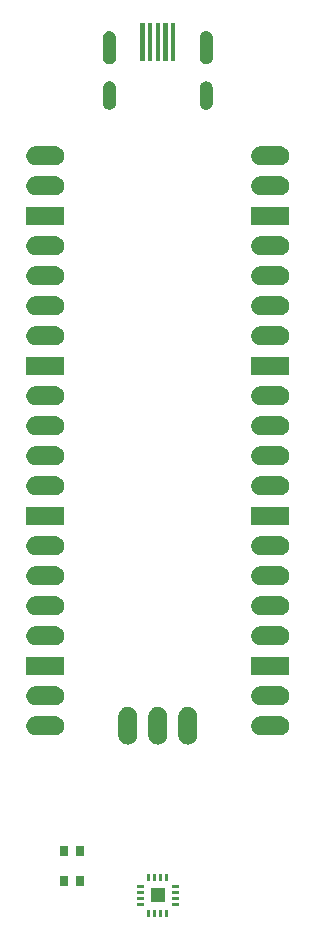
<source format=gtp>
G04 Layer: TopPasteMaskLayer*
G04 EasyEDA v6.5.40, 2024-08-19 02:38:51*
G04 a67cddfb3fce44daa9051d46cbbcc19f,10*
G04 Gerber Generator version 0.2*
G04 Scale: 100 percent, Rotated: No, Reflected: No *
G04 Dimensions in millimeters *
G04 leading zeros omitted , absolute positions ,4 integer and 5 decimal *
%FSLAX45Y45*%
%MOMM*%

%AMMACRO1*4,1,4,-1.5999,-0.8,-1.5999,0.8,1.5999,0.8,1.5999,-0.8,-1.5999,-0.8,0*%
%AMMACRO2*4,1,4,-1.5999,-0.8001,-1.5999,0.8001,1.5999,0.8001,1.5999,-0.8001,-1.5999,-0.8001,0*%
%ADD10R,0.8000X0.9000*%
%ADD11MACRO1*%
%ADD12MACRO2*%

%LPD*%
G36*
X1052474Y8390229D02*
G01*
X1052474Y8065262D01*
X1087475Y8065262D01*
X1087475Y8390229D01*
G37*
G36*
X1247495Y8390229D02*
G01*
X1247495Y8065262D01*
X1282496Y8065262D01*
X1282496Y8390229D01*
G37*
G36*
X1117498Y8390229D02*
G01*
X1117498Y8065262D01*
X1152499Y8065262D01*
X1152499Y8390229D01*
G37*
G36*
X1182471Y8390229D02*
G01*
X1182471Y8065262D01*
X1217472Y8065262D01*
X1217472Y8390229D01*
G37*
G36*
X1312519Y8390229D02*
G01*
X1312519Y8065262D01*
X1347520Y8065262D01*
X1347520Y8390229D01*
G37*
G36*
X788619Y8317230D02*
G01*
X783183Y8316823D01*
X777748Y8315858D01*
X772464Y8314385D01*
X767384Y8312403D01*
X762508Y8309864D01*
X757885Y8306917D01*
X753618Y8303463D01*
X749655Y8299653D01*
X746150Y8295436D01*
X743051Y8290915D01*
X740460Y8286089D01*
X738327Y8281060D01*
X736701Y8275828D01*
X735634Y8270443D01*
X735076Y8265007D01*
X734974Y8092236D01*
X735279Y8086750D01*
X736092Y8081365D01*
X737463Y8076031D01*
X739292Y8070900D01*
X741680Y8065922D01*
X744575Y8061248D01*
X747877Y8056880D01*
X751586Y8052866D01*
X755700Y8049259D01*
X760171Y8046059D01*
X764895Y8043316D01*
X769924Y8041030D01*
X775106Y8039303D01*
X780440Y8038084D01*
X785876Y8037423D01*
X791362Y8037271D01*
X796848Y8037677D01*
X802233Y8038642D01*
X807516Y8040116D01*
X812596Y8042097D01*
X817473Y8044637D01*
X822096Y8047583D01*
X826414Y8050987D01*
X830326Y8054848D01*
X833831Y8059013D01*
X836930Y8063585D01*
X839571Y8068360D01*
X841705Y8073440D01*
X843280Y8078673D01*
X844397Y8084058D01*
X844905Y8089493D01*
X845007Y8262264D01*
X844702Y8267700D01*
X843889Y8273135D01*
X842568Y8278469D01*
X840689Y8283600D01*
X838301Y8288528D01*
X835456Y8293252D01*
X832154Y8297621D01*
X828395Y8301634D01*
X824280Y8305241D01*
X819861Y8308441D01*
X815086Y8311184D01*
X810107Y8313420D01*
X804875Y8315198D01*
X799541Y8316417D01*
X794105Y8317077D01*
G37*
G36*
X1608632Y8317230D02*
G01*
X1603146Y8316823D01*
X1597761Y8315858D01*
X1592478Y8314385D01*
X1587398Y8312403D01*
X1582470Y8309864D01*
X1577898Y8306917D01*
X1573580Y8303463D01*
X1569669Y8299653D01*
X1566164Y8295436D01*
X1563065Y8290915D01*
X1560423Y8286089D01*
X1558290Y8281060D01*
X1556715Y8275828D01*
X1555597Y8270443D01*
X1555038Y8265007D01*
X1554988Y8092236D01*
X1555292Y8086750D01*
X1556105Y8081365D01*
X1557426Y8076031D01*
X1559306Y8070900D01*
X1561693Y8065922D01*
X1564538Y8061248D01*
X1567840Y8056880D01*
X1571599Y8052866D01*
X1575714Y8049259D01*
X1580134Y8046059D01*
X1584909Y8043316D01*
X1589887Y8041030D01*
X1595120Y8039303D01*
X1600454Y8038084D01*
X1605889Y8037423D01*
X1611376Y8037271D01*
X1616862Y8037677D01*
X1622247Y8038642D01*
X1627530Y8040116D01*
X1632610Y8042097D01*
X1637487Y8044637D01*
X1642110Y8047583D01*
X1646377Y8050987D01*
X1650339Y8054848D01*
X1653844Y8059013D01*
X1656943Y8063585D01*
X1659534Y8068360D01*
X1661668Y8073440D01*
X1663293Y8078673D01*
X1664360Y8084058D01*
X1664919Y8089493D01*
X1665020Y8262264D01*
X1664716Y8267700D01*
X1663903Y8273135D01*
X1662531Y8278469D01*
X1660702Y8283600D01*
X1658315Y8288528D01*
X1655419Y8293252D01*
X1652117Y8297621D01*
X1648409Y8301634D01*
X1644294Y8305241D01*
X1639824Y8308441D01*
X1635099Y8311184D01*
X1630070Y8313420D01*
X1624888Y8315198D01*
X1619554Y8316417D01*
X1614119Y8317077D01*
G37*
G36*
X788619Y7892237D02*
G01*
X783183Y7891830D01*
X777748Y7890865D01*
X772464Y7889392D01*
X767384Y7887360D01*
X762508Y7884871D01*
X757885Y7881924D01*
X753618Y7878470D01*
X749655Y7874660D01*
X746150Y7870444D01*
X743051Y7865922D01*
X740460Y7861096D01*
X738327Y7856067D01*
X736701Y7850835D01*
X735634Y7845450D01*
X735076Y7839964D01*
X734974Y7707223D01*
X735279Y7701788D01*
X736092Y7696352D01*
X737463Y7691018D01*
X739292Y7685887D01*
X741680Y7680959D01*
X744575Y7676286D01*
X747877Y7671917D01*
X751586Y7667853D01*
X755700Y7664246D01*
X760171Y7661046D01*
X764895Y7658303D01*
X769924Y7656068D01*
X775106Y7654290D01*
X780440Y7653070D01*
X785876Y7652410D01*
X791362Y7652258D01*
X796848Y7652664D01*
X802233Y7653629D01*
X807516Y7655102D01*
X812596Y7657134D01*
X817473Y7659624D01*
X822096Y7662570D01*
X826414Y7666024D01*
X830326Y7669834D01*
X833831Y7674051D01*
X836930Y7678572D01*
X839571Y7683398D01*
X841705Y7688427D01*
X843280Y7693659D01*
X844397Y7699044D01*
X844905Y7704531D01*
X845007Y7837220D01*
X844702Y7842707D01*
X843889Y7848142D01*
X842568Y7853476D01*
X840689Y7858607D01*
X838301Y7863535D01*
X835456Y7868208D01*
X832154Y7872577D01*
X828395Y7876641D01*
X824280Y7880248D01*
X819861Y7883448D01*
X815086Y7886192D01*
X810107Y7888427D01*
X804875Y7890205D01*
X799541Y7891424D01*
X794105Y7892084D01*
G37*
G36*
X1608632Y7892237D02*
G01*
X1603146Y7891830D01*
X1597761Y7890865D01*
X1592478Y7889392D01*
X1587398Y7887360D01*
X1582470Y7884871D01*
X1577898Y7881924D01*
X1573580Y7878470D01*
X1569669Y7874660D01*
X1566164Y7870444D01*
X1563065Y7865922D01*
X1560423Y7861096D01*
X1558290Y7856067D01*
X1556715Y7850835D01*
X1555597Y7845450D01*
X1555038Y7839964D01*
X1554988Y7707223D01*
X1555292Y7701788D01*
X1556105Y7696352D01*
X1557426Y7691018D01*
X1559306Y7685887D01*
X1561693Y7680959D01*
X1564538Y7676286D01*
X1567840Y7671917D01*
X1571599Y7667853D01*
X1575714Y7664246D01*
X1580134Y7661046D01*
X1584909Y7658303D01*
X1589887Y7656068D01*
X1595120Y7654290D01*
X1600454Y7653070D01*
X1605889Y7652410D01*
X1611376Y7652258D01*
X1616862Y7652664D01*
X1622247Y7653629D01*
X1627530Y7655102D01*
X1632610Y7657134D01*
X1637487Y7659624D01*
X1642110Y7662570D01*
X1646377Y7666024D01*
X1650339Y7669834D01*
X1653844Y7674051D01*
X1656943Y7678572D01*
X1659534Y7683398D01*
X1661668Y7688427D01*
X1663293Y7693659D01*
X1664360Y7699044D01*
X1664919Y7704531D01*
X1665020Y7837220D01*
X1664716Y7842707D01*
X1663903Y7848142D01*
X1662531Y7853476D01*
X1660702Y7858607D01*
X1658315Y7863535D01*
X1655419Y7868208D01*
X1652117Y7872577D01*
X1648409Y7876641D01*
X1644294Y7880248D01*
X1639824Y7883448D01*
X1635099Y7886192D01*
X1630070Y7888427D01*
X1624888Y7890205D01*
X1619554Y7891424D01*
X1614119Y7892084D01*
G37*
G36*
X1140002Y1059992D02*
G01*
X1140002Y940003D01*
X1259992Y940003D01*
X1259992Y1059992D01*
G37*
G36*
X1262329Y1179982D02*
G01*
X1262329Y1119987D01*
X1287322Y1119987D01*
X1287322Y1179982D01*
G37*
G36*
X1212342Y1179982D02*
G01*
X1212342Y1119987D01*
X1237335Y1119987D01*
X1237335Y1179982D01*
G37*
G36*
X1162354Y1179982D02*
G01*
X1162354Y1119987D01*
X1187348Y1119987D01*
X1187348Y1179982D01*
G37*
G36*
X1112367Y1179982D02*
G01*
X1112367Y1119987D01*
X1137361Y1119987D01*
X1137361Y1179982D01*
G37*
G36*
X1020013Y1087272D02*
G01*
X1020013Y1062278D01*
X1080008Y1062278D01*
X1080008Y1087272D01*
G37*
G36*
X1020013Y1037285D02*
G01*
X1020013Y1012291D01*
X1080008Y1012291D01*
X1080008Y1037285D01*
G37*
G36*
X1020013Y987298D02*
G01*
X1020013Y962304D01*
X1080008Y962304D01*
X1080008Y987298D01*
G37*
G36*
X1020013Y937310D02*
G01*
X1020013Y912266D01*
X1080008Y912266D01*
X1080008Y937310D01*
G37*
G36*
X1112520Y880008D02*
G01*
X1112520Y820013D01*
X1137513Y820013D01*
X1137513Y880008D01*
G37*
G36*
X1162507Y880008D02*
G01*
X1162507Y820013D01*
X1187500Y820013D01*
X1187500Y880008D01*
G37*
G36*
X1212494Y880008D02*
G01*
X1212494Y820013D01*
X1237488Y820013D01*
X1237488Y880008D01*
G37*
G36*
X1262329Y880008D02*
G01*
X1262329Y820013D01*
X1287322Y820013D01*
X1287322Y880008D01*
G37*
G36*
X1319987Y937310D02*
G01*
X1319987Y912266D01*
X1379982Y912266D01*
X1379982Y937310D01*
G37*
G36*
X1319987Y987298D02*
G01*
X1319987Y962304D01*
X1379982Y962304D01*
X1379982Y987298D01*
G37*
G36*
X1319987Y1037285D02*
G01*
X1319987Y1012291D01*
X1379982Y1012291D01*
X1379982Y1037285D01*
G37*
G36*
X1319987Y1087272D02*
G01*
X1319987Y1062278D01*
X1379982Y1062278D01*
X1379982Y1087272D01*
G37*
D10*
G01*
X544982Y1374902D03*
G01*
X404977Y1374902D03*
G36*
X2072386Y7182865D02*
G01*
X2062759Y7183450D01*
X2053259Y7185202D01*
X2044014Y7188072D01*
X2035225Y7192035D01*
X2026945Y7197039D01*
X2019350Y7202982D01*
X2012518Y7209815D01*
X2006549Y7217435D01*
X2001545Y7225690D01*
X1997583Y7234504D01*
X1994712Y7243724D01*
X1992985Y7253223D01*
X1992401Y7262876D01*
X1992985Y7272502D01*
X1994712Y7282027D01*
X1997583Y7291247D01*
X2001545Y7300061D01*
X2006549Y7308316D01*
X2012518Y7315911D01*
X2019350Y7322743D01*
X2026945Y7328712D01*
X2035225Y7333716D01*
X2044014Y7337679D01*
X2053259Y7340549D01*
X2062759Y7342276D01*
X2072386Y7342860D01*
X2232406Y7342860D01*
X2242032Y7342276D01*
X2251532Y7340549D01*
X2260752Y7337679D01*
X2269566Y7333716D01*
X2277846Y7328712D01*
X2285441Y7322743D01*
X2292273Y7315911D01*
X2298242Y7308316D01*
X2303221Y7300061D01*
X2307183Y7291247D01*
X2310079Y7282027D01*
X2311806Y7272502D01*
X2312390Y7262876D01*
X2311806Y7253223D01*
X2310079Y7243724D01*
X2307183Y7234504D01*
X2303221Y7225690D01*
X2298242Y7217435D01*
X2292273Y7209815D01*
X2285441Y7202982D01*
X2277846Y7197039D01*
X2269566Y7192035D01*
X2260752Y7188072D01*
X2251532Y7185202D01*
X2242032Y7183450D01*
X2232406Y7182865D01*
G37*
G36*
X2072386Y6928865D02*
G01*
X2062759Y6929450D01*
X2053259Y6931202D01*
X2044014Y6934072D01*
X2035225Y6938035D01*
X2026945Y6943039D01*
X2019350Y6948982D01*
X2012518Y6955815D01*
X2006549Y6963435D01*
X2001545Y6971690D01*
X1997583Y6980504D01*
X1994712Y6989724D01*
X1992985Y6999223D01*
X1992401Y7008876D01*
X1992985Y7018502D01*
X1994712Y7028027D01*
X1997583Y7037247D01*
X2001545Y7046061D01*
X2006549Y7054316D01*
X2012518Y7061911D01*
X2019350Y7068743D01*
X2026945Y7074712D01*
X2035225Y7079716D01*
X2044014Y7083679D01*
X2053259Y7086549D01*
X2062759Y7088276D01*
X2072386Y7088860D01*
X2232406Y7088860D01*
X2242032Y7088276D01*
X2251532Y7086549D01*
X2260752Y7083679D01*
X2269566Y7079716D01*
X2277846Y7074712D01*
X2285441Y7068743D01*
X2292273Y7061911D01*
X2298242Y7054316D01*
X2303221Y7046061D01*
X2307183Y7037247D01*
X2310079Y7028027D01*
X2311806Y7018502D01*
X2312390Y7008876D01*
X2311806Y6999223D01*
X2310079Y6989724D01*
X2307183Y6980504D01*
X2303221Y6971690D01*
X2298242Y6963435D01*
X2292273Y6955815D01*
X2285441Y6948982D01*
X2277846Y6943039D01*
X2269566Y6938035D01*
X2260752Y6934072D01*
X2251532Y6931202D01*
X2242032Y6929450D01*
X2232406Y6928865D01*
G37*
D11*
G01*
X2152395Y6754863D03*
G36*
X2072386Y6420865D02*
G01*
X2062759Y6421450D01*
X2053259Y6423202D01*
X2044014Y6426072D01*
X2035225Y6430035D01*
X2026945Y6435039D01*
X2019350Y6440982D01*
X2012518Y6447815D01*
X2006549Y6455435D01*
X2001545Y6463690D01*
X1997583Y6472504D01*
X1994712Y6481724D01*
X1992985Y6491223D01*
X1992401Y6500876D01*
X1992985Y6510528D01*
X1994712Y6520027D01*
X1997583Y6529247D01*
X2001545Y6538061D01*
X2006549Y6546316D01*
X2012518Y6553911D01*
X2019350Y6560743D01*
X2026945Y6566712D01*
X2035225Y6571716D01*
X2044014Y6575679D01*
X2053259Y6578549D01*
X2062759Y6580301D01*
X2072386Y6580860D01*
X2232406Y6580860D01*
X2242032Y6580301D01*
X2251532Y6578549D01*
X2260752Y6575679D01*
X2269566Y6571716D01*
X2277846Y6566712D01*
X2285441Y6560743D01*
X2292273Y6553911D01*
X2298242Y6546316D01*
X2303221Y6538061D01*
X2307183Y6529247D01*
X2310079Y6520027D01*
X2311806Y6510528D01*
X2312390Y6500876D01*
X2311806Y6491223D01*
X2310079Y6481724D01*
X2307183Y6472504D01*
X2303221Y6463690D01*
X2298242Y6455435D01*
X2292273Y6447815D01*
X2285441Y6440982D01*
X2277846Y6435039D01*
X2269566Y6430035D01*
X2260752Y6426072D01*
X2251532Y6423202D01*
X2242032Y6421450D01*
X2232406Y6420865D01*
G37*
G36*
X2072386Y6166865D02*
G01*
X2062759Y6167450D01*
X2053259Y6169202D01*
X2044014Y6172072D01*
X2035225Y6176035D01*
X2026945Y6181039D01*
X2019350Y6186982D01*
X2012518Y6193815D01*
X2006549Y6201435D01*
X2001545Y6209690D01*
X1997583Y6218504D01*
X1994712Y6227724D01*
X1992985Y6237223D01*
X1992401Y6246876D01*
X1992985Y6256528D01*
X1994712Y6266027D01*
X1997583Y6275247D01*
X2001545Y6284061D01*
X2006549Y6292316D01*
X2012518Y6299911D01*
X2019350Y6306743D01*
X2026945Y6312712D01*
X2035225Y6317716D01*
X2044014Y6321679D01*
X2053259Y6324549D01*
X2062759Y6326301D01*
X2072386Y6326860D01*
X2232406Y6326860D01*
X2242032Y6326301D01*
X2251532Y6324549D01*
X2260752Y6321679D01*
X2269566Y6317716D01*
X2277846Y6312712D01*
X2285441Y6306743D01*
X2292273Y6299911D01*
X2298242Y6292316D01*
X2303221Y6284061D01*
X2307183Y6275247D01*
X2310079Y6266027D01*
X2311806Y6256528D01*
X2312390Y6246876D01*
X2311806Y6237223D01*
X2310079Y6227724D01*
X2307183Y6218504D01*
X2303221Y6209690D01*
X2298242Y6201435D01*
X2292273Y6193815D01*
X2285441Y6186982D01*
X2277846Y6181039D01*
X2269566Y6176035D01*
X2260752Y6172072D01*
X2251532Y6169202D01*
X2242032Y6167450D01*
X2232406Y6166865D01*
G37*
G36*
X2072386Y5912865D02*
G01*
X2062759Y5913450D01*
X2053259Y5915202D01*
X2044014Y5918072D01*
X2035225Y5922035D01*
X2026945Y5927039D01*
X2019350Y5932982D01*
X2012518Y5939815D01*
X2006549Y5947435D01*
X2001545Y5955690D01*
X1997583Y5964504D01*
X1994712Y5973724D01*
X1992985Y5983223D01*
X1992401Y5992876D01*
X1992985Y6002528D01*
X1994712Y6012027D01*
X1997583Y6021247D01*
X2001545Y6030061D01*
X2006549Y6038316D01*
X2012518Y6045911D01*
X2019350Y6052743D01*
X2026945Y6058712D01*
X2035225Y6063716D01*
X2044014Y6067679D01*
X2053259Y6070549D01*
X2062759Y6072301D01*
X2072386Y6072886D01*
X2232406Y6072886D01*
X2242032Y6072301D01*
X2251532Y6070549D01*
X2260752Y6067679D01*
X2269566Y6063716D01*
X2277846Y6058712D01*
X2285441Y6052743D01*
X2292273Y6045911D01*
X2298242Y6038316D01*
X2303221Y6030061D01*
X2307183Y6021247D01*
X2310079Y6012027D01*
X2311806Y6002528D01*
X2312390Y5992876D01*
X2311806Y5983223D01*
X2310079Y5973724D01*
X2307183Y5964504D01*
X2303221Y5955690D01*
X2298242Y5947435D01*
X2292273Y5939815D01*
X2285441Y5932982D01*
X2277846Y5927039D01*
X2269566Y5922035D01*
X2260752Y5918072D01*
X2251532Y5915202D01*
X2242032Y5913450D01*
X2232406Y5912865D01*
G37*
G36*
X2072386Y5658865D02*
G01*
X2062759Y5659450D01*
X2053259Y5661202D01*
X2044014Y5664072D01*
X2035225Y5668035D01*
X2026945Y5673039D01*
X2019350Y5678982D01*
X2012518Y5685815D01*
X2006549Y5693435D01*
X2001545Y5701690D01*
X1997583Y5710504D01*
X1994712Y5719724D01*
X1992985Y5729223D01*
X1992401Y5738876D01*
X1992985Y5748528D01*
X1994712Y5758027D01*
X1997583Y5767247D01*
X2001545Y5776061D01*
X2006549Y5784316D01*
X2012518Y5791936D01*
X2019350Y5798743D01*
X2026945Y5804712D01*
X2035225Y5809716D01*
X2044014Y5813679D01*
X2053259Y5816549D01*
X2062759Y5818301D01*
X2072386Y5818886D01*
X2232406Y5818886D01*
X2242032Y5818301D01*
X2251532Y5816549D01*
X2260752Y5813679D01*
X2269566Y5809716D01*
X2277846Y5804712D01*
X2285441Y5798743D01*
X2292273Y5791936D01*
X2298242Y5784316D01*
X2303221Y5776061D01*
X2307183Y5767247D01*
X2310079Y5758027D01*
X2311806Y5748528D01*
X2312390Y5738876D01*
X2311806Y5729223D01*
X2310079Y5719724D01*
X2307183Y5710504D01*
X2303221Y5701690D01*
X2298242Y5693435D01*
X2292273Y5685815D01*
X2285441Y5678982D01*
X2277846Y5673039D01*
X2269566Y5668035D01*
X2260752Y5664072D01*
X2251532Y5661202D01*
X2242032Y5659450D01*
X2232406Y5658865D01*
G37*
D12*
G01*
X2152395Y5484876D03*
G36*
X2072386Y5150865D02*
G01*
X2062759Y5151450D01*
X2053259Y5153202D01*
X2044014Y5156072D01*
X2035225Y5160035D01*
X2026945Y5165039D01*
X2019350Y5170982D01*
X2012518Y5177815D01*
X2006549Y5185435D01*
X2001545Y5193690D01*
X1997583Y5202504D01*
X1994712Y5211724D01*
X1992985Y5221223D01*
X1992401Y5230876D01*
X1992985Y5240528D01*
X1994712Y5250027D01*
X1997583Y5259247D01*
X2001545Y5268061D01*
X2006549Y5276316D01*
X2012518Y5283936D01*
X2019350Y5290743D01*
X2026945Y5296712D01*
X2035225Y5301716D01*
X2044014Y5305679D01*
X2053259Y5308549D01*
X2062759Y5310301D01*
X2072386Y5310886D01*
X2232406Y5310886D01*
X2242032Y5310301D01*
X2251532Y5308549D01*
X2260752Y5305679D01*
X2269566Y5301716D01*
X2277846Y5296712D01*
X2285441Y5290743D01*
X2292273Y5283936D01*
X2298242Y5276316D01*
X2303221Y5268061D01*
X2307183Y5259247D01*
X2310079Y5250027D01*
X2311806Y5240528D01*
X2312390Y5230876D01*
X2311806Y5221223D01*
X2310079Y5211724D01*
X2307183Y5202504D01*
X2303221Y5193690D01*
X2298242Y5185435D01*
X2292273Y5177815D01*
X2285441Y5170982D01*
X2277846Y5165039D01*
X2269566Y5160035D01*
X2260752Y5156072D01*
X2251532Y5153202D01*
X2242032Y5151450D01*
X2232406Y5150865D01*
G37*
G36*
X2072386Y4896865D02*
G01*
X2062759Y4897450D01*
X2053259Y4899202D01*
X2044014Y4902072D01*
X2035225Y4906035D01*
X2026945Y4911039D01*
X2019350Y4916982D01*
X2012518Y4923815D01*
X2006549Y4931435D01*
X2001545Y4939690D01*
X1997583Y4948504D01*
X1994712Y4957724D01*
X1992985Y4967223D01*
X1992401Y4976876D01*
X1992985Y4986528D01*
X1994712Y4996027D01*
X1997583Y5005247D01*
X2001545Y5014061D01*
X2006549Y5022316D01*
X2012518Y5029936D01*
X2019350Y5036743D01*
X2026945Y5042712D01*
X2035225Y5047716D01*
X2044014Y5051679D01*
X2053259Y5054549D01*
X2062759Y5056301D01*
X2072386Y5056886D01*
X2232406Y5056886D01*
X2242032Y5056301D01*
X2251532Y5054549D01*
X2260752Y5051679D01*
X2269566Y5047716D01*
X2277846Y5042712D01*
X2285441Y5036743D01*
X2292273Y5029936D01*
X2298242Y5022316D01*
X2303221Y5014061D01*
X2307183Y5005247D01*
X2310079Y4996027D01*
X2311806Y4986528D01*
X2312390Y4976876D01*
X2311806Y4967223D01*
X2310079Y4957724D01*
X2307183Y4948504D01*
X2303221Y4939690D01*
X2298242Y4931435D01*
X2292273Y4923815D01*
X2285441Y4916982D01*
X2277846Y4911039D01*
X2269566Y4906035D01*
X2260752Y4902072D01*
X2251532Y4899202D01*
X2242032Y4897450D01*
X2232406Y4896865D01*
G37*
G36*
X2072386Y4642865D02*
G01*
X2062759Y4643450D01*
X2053259Y4645202D01*
X2044014Y4648072D01*
X2035225Y4652035D01*
X2026945Y4657039D01*
X2019350Y4663008D01*
X2012518Y4669815D01*
X2006549Y4677435D01*
X2001545Y4685690D01*
X1997583Y4694504D01*
X1994712Y4703724D01*
X1992985Y4713223D01*
X1992401Y4722876D01*
X1992985Y4732528D01*
X1994712Y4742027D01*
X1997583Y4751247D01*
X2001545Y4760061D01*
X2006549Y4768316D01*
X2012518Y4775936D01*
X2019350Y4782769D01*
X2026945Y4788712D01*
X2035225Y4793716D01*
X2044014Y4797679D01*
X2053259Y4800549D01*
X2062759Y4802301D01*
X2072386Y4802886D01*
X2232406Y4802886D01*
X2242032Y4802301D01*
X2251532Y4800549D01*
X2260752Y4797679D01*
X2269566Y4793716D01*
X2277846Y4788712D01*
X2285441Y4782769D01*
X2292273Y4775936D01*
X2298242Y4768316D01*
X2303221Y4760061D01*
X2307183Y4751247D01*
X2310079Y4742027D01*
X2311806Y4732528D01*
X2312390Y4722876D01*
X2311806Y4713223D01*
X2310079Y4703724D01*
X2307183Y4694504D01*
X2303221Y4685690D01*
X2298242Y4677435D01*
X2292273Y4669815D01*
X2285441Y4663008D01*
X2277846Y4657039D01*
X2269566Y4652035D01*
X2260752Y4648072D01*
X2251532Y4645202D01*
X2242032Y4643450D01*
X2232406Y4642865D01*
G37*
G36*
X2072386Y4388865D02*
G01*
X2062759Y4389450D01*
X2053259Y4391202D01*
X2044014Y4394072D01*
X2035225Y4398035D01*
X2026945Y4403039D01*
X2019350Y4409008D01*
X2012518Y4415815D01*
X2006549Y4423435D01*
X2001545Y4431690D01*
X1997583Y4440504D01*
X1994712Y4449724D01*
X1992985Y4459223D01*
X1992401Y4468876D01*
X1992985Y4478528D01*
X1994712Y4488027D01*
X1997583Y4497247D01*
X2001545Y4506061D01*
X2006549Y4514316D01*
X2012518Y4521936D01*
X2019350Y4528769D01*
X2026945Y4534712D01*
X2035225Y4539716D01*
X2044014Y4543679D01*
X2053259Y4546549D01*
X2062759Y4548301D01*
X2072386Y4548886D01*
X2232406Y4548886D01*
X2242032Y4548301D01*
X2251532Y4546549D01*
X2260752Y4543679D01*
X2269566Y4539716D01*
X2277846Y4534712D01*
X2285441Y4528769D01*
X2292273Y4521936D01*
X2298242Y4514316D01*
X2303221Y4506061D01*
X2307183Y4497247D01*
X2310079Y4488027D01*
X2311806Y4478528D01*
X2312390Y4468876D01*
X2311806Y4459223D01*
X2310079Y4449724D01*
X2307183Y4440504D01*
X2303221Y4431690D01*
X2298242Y4423435D01*
X2292273Y4415815D01*
X2285441Y4409008D01*
X2277846Y4403039D01*
X2269566Y4398035D01*
X2260752Y4394072D01*
X2251532Y4391202D01*
X2242032Y4389450D01*
X2232406Y4388865D01*
G37*
G01*
X2152395Y4214876D03*
G36*
X2072386Y3880865D02*
G01*
X2062759Y3881450D01*
X2053259Y3883202D01*
X2044014Y3886072D01*
X2035225Y3890035D01*
X2026945Y3895039D01*
X2019350Y3901008D01*
X2012518Y3907815D01*
X2006549Y3915435D01*
X2001545Y3923690D01*
X1997583Y3932504D01*
X1994712Y3941724D01*
X1992985Y3951223D01*
X1992401Y3960876D01*
X1992985Y3970528D01*
X1994712Y3980027D01*
X1997583Y3989247D01*
X2001545Y3998061D01*
X2006549Y4006316D01*
X2012518Y4013936D01*
X2019350Y4020769D01*
X2026945Y4026712D01*
X2035225Y4031716D01*
X2044014Y4035679D01*
X2053259Y4038549D01*
X2062759Y4040301D01*
X2072386Y4040886D01*
X2232406Y4040886D01*
X2242032Y4040301D01*
X2251532Y4038549D01*
X2260752Y4035679D01*
X2269566Y4031716D01*
X2277846Y4026712D01*
X2285441Y4020769D01*
X2292273Y4013936D01*
X2298242Y4006316D01*
X2303221Y3998061D01*
X2307183Y3989247D01*
X2310079Y3980027D01*
X2311806Y3970528D01*
X2312390Y3960876D01*
X2311806Y3951223D01*
X2310079Y3941724D01*
X2307183Y3932504D01*
X2303221Y3923690D01*
X2298242Y3915435D01*
X2292273Y3907815D01*
X2285441Y3901008D01*
X2277846Y3895039D01*
X2269566Y3890035D01*
X2260752Y3886072D01*
X2251532Y3883202D01*
X2242032Y3881450D01*
X2232406Y3880865D01*
G37*
G36*
X2072386Y3626865D02*
G01*
X2062759Y3627450D01*
X2053259Y3629202D01*
X2044014Y3632072D01*
X2035225Y3636035D01*
X2026945Y3641039D01*
X2019350Y3647008D01*
X2012518Y3653840D01*
X2006549Y3661435D01*
X2001545Y3669690D01*
X1997583Y3678504D01*
X1994712Y3687724D01*
X1992985Y3697223D01*
X1992401Y3706876D01*
X1992985Y3716528D01*
X1994712Y3726027D01*
X1997583Y3735247D01*
X2001545Y3744061D01*
X2006549Y3752316D01*
X2012518Y3759936D01*
X2019350Y3766769D01*
X2026945Y3772712D01*
X2035225Y3777716D01*
X2044014Y3781679D01*
X2053259Y3784549D01*
X2062759Y3786301D01*
X2072386Y3786886D01*
X2232406Y3786886D01*
X2242032Y3786301D01*
X2251532Y3784549D01*
X2260752Y3781679D01*
X2269566Y3777716D01*
X2277846Y3772712D01*
X2285441Y3766769D01*
X2292273Y3759936D01*
X2298242Y3752316D01*
X2303221Y3744061D01*
X2307183Y3735247D01*
X2310079Y3726027D01*
X2311806Y3716528D01*
X2312390Y3706876D01*
X2311806Y3697223D01*
X2310079Y3687724D01*
X2307183Y3678504D01*
X2303221Y3669690D01*
X2298242Y3661435D01*
X2292273Y3653840D01*
X2285441Y3647008D01*
X2277846Y3641039D01*
X2269566Y3636035D01*
X2260752Y3632072D01*
X2251532Y3629202D01*
X2242032Y3627450D01*
X2232406Y3626865D01*
G37*
G36*
X2072386Y3372891D02*
G01*
X2062759Y3373450D01*
X2053259Y3375202D01*
X2044014Y3378072D01*
X2035225Y3382035D01*
X2026945Y3387039D01*
X2019350Y3393008D01*
X2012518Y3399840D01*
X2006549Y3407435D01*
X2001545Y3415690D01*
X1997583Y3424504D01*
X1994712Y3433724D01*
X1992985Y3443223D01*
X1992401Y3452876D01*
X1992985Y3462528D01*
X1994712Y3472027D01*
X1997583Y3481247D01*
X2001545Y3490061D01*
X2006549Y3498316D01*
X2012518Y3505936D01*
X2019350Y3512769D01*
X2026945Y3518712D01*
X2035225Y3523716D01*
X2044014Y3527679D01*
X2053259Y3530549D01*
X2062759Y3532301D01*
X2072386Y3532886D01*
X2232406Y3532886D01*
X2242032Y3532301D01*
X2251532Y3530549D01*
X2260752Y3527679D01*
X2269566Y3523716D01*
X2277846Y3518712D01*
X2285441Y3512769D01*
X2292273Y3505936D01*
X2298242Y3498316D01*
X2303221Y3490061D01*
X2307183Y3481247D01*
X2310079Y3472027D01*
X2311806Y3462528D01*
X2312390Y3452876D01*
X2311806Y3443223D01*
X2310079Y3433724D01*
X2307183Y3424504D01*
X2303221Y3415690D01*
X2298242Y3407435D01*
X2292273Y3399840D01*
X2285441Y3393008D01*
X2277846Y3387039D01*
X2269566Y3382035D01*
X2260752Y3378072D01*
X2251532Y3375202D01*
X2242032Y3373450D01*
X2232406Y3372891D01*
G37*
G36*
X2072386Y3118891D02*
G01*
X2062759Y3119450D01*
X2053259Y3121202D01*
X2044014Y3124072D01*
X2035225Y3128035D01*
X2026945Y3133039D01*
X2019350Y3139008D01*
X2012518Y3145840D01*
X2006549Y3153435D01*
X2001545Y3161690D01*
X1997583Y3170504D01*
X1994712Y3179724D01*
X1992985Y3189223D01*
X1992401Y3198876D01*
X1992985Y3208528D01*
X1994712Y3218027D01*
X1997583Y3227247D01*
X2001545Y3236061D01*
X2006549Y3244316D01*
X2012518Y3251936D01*
X2019350Y3258769D01*
X2026945Y3264712D01*
X2035225Y3269716D01*
X2044014Y3273679D01*
X2053259Y3276549D01*
X2062759Y3278301D01*
X2072386Y3278886D01*
X2232406Y3278886D01*
X2242032Y3278301D01*
X2251532Y3276549D01*
X2260752Y3273679D01*
X2269566Y3269716D01*
X2277846Y3264712D01*
X2285441Y3258769D01*
X2292273Y3251936D01*
X2298242Y3244316D01*
X2303221Y3236061D01*
X2307183Y3227247D01*
X2310079Y3218027D01*
X2311806Y3208528D01*
X2312390Y3198876D01*
X2311806Y3189223D01*
X2310079Y3179724D01*
X2307183Y3170504D01*
X2303221Y3161690D01*
X2298242Y3153435D01*
X2292273Y3145840D01*
X2285441Y3139008D01*
X2277846Y3133039D01*
X2269566Y3128035D01*
X2260752Y3124072D01*
X2251532Y3121202D01*
X2242032Y3119450D01*
X2232406Y3118891D01*
G37*
D11*
G01*
X2152395Y2944888D03*
G36*
X2072386Y2610891D02*
G01*
X2062759Y2611475D01*
X2053259Y2613202D01*
X2044014Y2616072D01*
X2035225Y2620035D01*
X2026945Y2625039D01*
X2019350Y2631008D01*
X2012518Y2637840D01*
X2006549Y2645435D01*
X2001545Y2653690D01*
X1997583Y2662504D01*
X1994712Y2671724D01*
X1992985Y2681249D01*
X1992401Y2690876D01*
X1992985Y2700528D01*
X1994712Y2710027D01*
X1997583Y2719247D01*
X2001545Y2728061D01*
X2006549Y2736316D01*
X2012518Y2743936D01*
X2019350Y2750769D01*
X2026945Y2756712D01*
X2035225Y2761716D01*
X2044014Y2765679D01*
X2053259Y2768549D01*
X2062759Y2770301D01*
X2072386Y2770886D01*
X2232406Y2770886D01*
X2242032Y2770301D01*
X2251532Y2768549D01*
X2260752Y2765679D01*
X2269566Y2761716D01*
X2277846Y2756712D01*
X2285441Y2750769D01*
X2292273Y2743936D01*
X2298242Y2736316D01*
X2303221Y2728061D01*
X2307183Y2719247D01*
X2310079Y2710027D01*
X2311806Y2700528D01*
X2312390Y2690876D01*
X2311806Y2681249D01*
X2310079Y2671724D01*
X2307183Y2662504D01*
X2303221Y2653690D01*
X2298242Y2645435D01*
X2292273Y2637840D01*
X2285441Y2631008D01*
X2277846Y2625039D01*
X2269566Y2620035D01*
X2260752Y2616072D01*
X2251532Y2613202D01*
X2242032Y2611475D01*
X2232406Y2610891D01*
G37*
G36*
X2072386Y2356891D02*
G01*
X2062759Y2357475D01*
X2053259Y2359202D01*
X2044014Y2362072D01*
X2035225Y2366035D01*
X2026945Y2371039D01*
X2019350Y2377008D01*
X2012518Y2383840D01*
X2006549Y2391435D01*
X2001545Y2399690D01*
X1997583Y2408504D01*
X1994712Y2417724D01*
X1992985Y2427249D01*
X1992401Y2436876D01*
X1992985Y2446528D01*
X1994712Y2456027D01*
X1997583Y2465247D01*
X2001545Y2474061D01*
X2006549Y2482316D01*
X2012518Y2489936D01*
X2019350Y2496769D01*
X2026945Y2502712D01*
X2035225Y2507716D01*
X2044014Y2511679D01*
X2053259Y2514549D01*
X2062759Y2516301D01*
X2072386Y2516886D01*
X2232406Y2516886D01*
X2242032Y2516301D01*
X2251532Y2514549D01*
X2260752Y2511679D01*
X2269566Y2507716D01*
X2277846Y2502712D01*
X2285441Y2496769D01*
X2292273Y2489936D01*
X2298242Y2482316D01*
X2303221Y2474061D01*
X2307183Y2465247D01*
X2310079Y2456027D01*
X2311806Y2446528D01*
X2312390Y2436876D01*
X2311806Y2427249D01*
X2310079Y2417724D01*
X2307183Y2408504D01*
X2303221Y2399690D01*
X2298242Y2391435D01*
X2292273Y2383840D01*
X2285441Y2377008D01*
X2277846Y2371039D01*
X2269566Y2366035D01*
X2260752Y2362072D01*
X2251532Y2359202D01*
X2242032Y2357475D01*
X2232406Y2356891D01*
G37*
G36*
X167386Y2356891D02*
G01*
X157759Y2357475D01*
X148259Y2359202D01*
X139039Y2362072D01*
X130225Y2366035D01*
X121945Y2371039D01*
X114350Y2377008D01*
X107518Y2383840D01*
X101549Y2391435D01*
X96570Y2399690D01*
X92608Y2408504D01*
X89712Y2417724D01*
X87985Y2427249D01*
X87401Y2436876D01*
X87985Y2446528D01*
X89712Y2456027D01*
X92608Y2465247D01*
X96570Y2474061D01*
X101549Y2482316D01*
X107518Y2489936D01*
X114350Y2496769D01*
X121945Y2502712D01*
X130225Y2507716D01*
X139039Y2511679D01*
X148259Y2514549D01*
X157759Y2516301D01*
X167386Y2516886D01*
X327405Y2516886D01*
X337032Y2516301D01*
X346532Y2514549D01*
X355777Y2511679D01*
X364566Y2507716D01*
X372846Y2502712D01*
X380441Y2496769D01*
X387273Y2489936D01*
X393242Y2482316D01*
X398246Y2474061D01*
X402209Y2465247D01*
X405079Y2456027D01*
X406806Y2446528D01*
X407390Y2436876D01*
X406806Y2427249D01*
X405079Y2417724D01*
X402209Y2408504D01*
X398246Y2399690D01*
X393242Y2391435D01*
X387273Y2383840D01*
X380441Y2377008D01*
X372846Y2371039D01*
X364566Y2366035D01*
X355777Y2362072D01*
X346532Y2359202D01*
X337032Y2357475D01*
X327405Y2356891D01*
G37*
G36*
X167386Y2610891D02*
G01*
X157759Y2611475D01*
X148259Y2613202D01*
X139039Y2616072D01*
X130225Y2620035D01*
X121945Y2625039D01*
X114350Y2631008D01*
X107518Y2637840D01*
X101549Y2645435D01*
X96570Y2653690D01*
X92608Y2662504D01*
X89712Y2671724D01*
X87985Y2681249D01*
X87401Y2690876D01*
X87985Y2700528D01*
X89712Y2710027D01*
X92608Y2719247D01*
X96570Y2728061D01*
X101549Y2736316D01*
X107518Y2743936D01*
X114350Y2750769D01*
X121945Y2756712D01*
X130225Y2761716D01*
X139039Y2765679D01*
X148259Y2768549D01*
X157759Y2770301D01*
X167386Y2770886D01*
X327405Y2770886D01*
X337032Y2770301D01*
X346532Y2768549D01*
X355777Y2765679D01*
X364566Y2761716D01*
X372846Y2756712D01*
X380441Y2750769D01*
X387273Y2743936D01*
X393242Y2736316D01*
X398246Y2728061D01*
X402209Y2719247D01*
X405079Y2710027D01*
X406806Y2700528D01*
X407390Y2690876D01*
X406806Y2681249D01*
X405079Y2671724D01*
X402209Y2662504D01*
X398246Y2653690D01*
X393242Y2645435D01*
X387273Y2637840D01*
X380441Y2631008D01*
X372846Y2625039D01*
X364566Y2620035D01*
X355777Y2616072D01*
X346532Y2613202D01*
X337032Y2611475D01*
X327405Y2610891D01*
G37*
G01*
X247396Y2944888D03*
G36*
X167386Y3118891D02*
G01*
X157759Y3119450D01*
X148259Y3121202D01*
X139039Y3124072D01*
X130225Y3128035D01*
X121945Y3133039D01*
X114350Y3139008D01*
X107518Y3145840D01*
X101549Y3153435D01*
X96570Y3161690D01*
X92608Y3170504D01*
X89712Y3179724D01*
X87985Y3189223D01*
X87401Y3198876D01*
X87985Y3208528D01*
X89712Y3218027D01*
X92608Y3227247D01*
X96570Y3236061D01*
X101549Y3244316D01*
X107518Y3251936D01*
X114350Y3258769D01*
X121945Y3264712D01*
X130225Y3269716D01*
X139039Y3273679D01*
X148259Y3276549D01*
X157759Y3278301D01*
X167386Y3278886D01*
X327405Y3278886D01*
X337032Y3278301D01*
X346532Y3276549D01*
X355777Y3273679D01*
X364566Y3269716D01*
X372846Y3264712D01*
X380441Y3258769D01*
X387273Y3251936D01*
X393242Y3244316D01*
X398246Y3236061D01*
X402209Y3227247D01*
X405079Y3218027D01*
X406806Y3208528D01*
X407390Y3198876D01*
X406806Y3189223D01*
X405079Y3179724D01*
X402209Y3170504D01*
X398246Y3161690D01*
X393242Y3153435D01*
X387273Y3145840D01*
X380441Y3139008D01*
X372846Y3133039D01*
X364566Y3128035D01*
X355777Y3124072D01*
X346532Y3121202D01*
X337032Y3119450D01*
X327405Y3118891D01*
G37*
G36*
X167386Y3372891D02*
G01*
X157759Y3373450D01*
X148259Y3375202D01*
X139039Y3378072D01*
X130225Y3382035D01*
X121945Y3387039D01*
X114350Y3393008D01*
X107518Y3399840D01*
X101549Y3407435D01*
X96570Y3415690D01*
X92608Y3424504D01*
X89712Y3433724D01*
X87985Y3443223D01*
X87401Y3452876D01*
X87985Y3462528D01*
X89712Y3472027D01*
X92608Y3481247D01*
X96570Y3490061D01*
X101549Y3498316D01*
X107518Y3505936D01*
X114350Y3512769D01*
X121945Y3518712D01*
X130225Y3523716D01*
X139039Y3527679D01*
X148259Y3530549D01*
X157759Y3532301D01*
X167386Y3532886D01*
X327405Y3532886D01*
X337032Y3532301D01*
X346532Y3530549D01*
X355777Y3527679D01*
X364566Y3523716D01*
X372846Y3518712D01*
X380441Y3512769D01*
X387273Y3505936D01*
X393242Y3498316D01*
X398246Y3490061D01*
X402209Y3481247D01*
X405079Y3472027D01*
X406806Y3462528D01*
X407390Y3452876D01*
X406806Y3443223D01*
X405079Y3433724D01*
X402209Y3424504D01*
X398246Y3415690D01*
X393242Y3407435D01*
X387273Y3399840D01*
X380441Y3393008D01*
X372846Y3387039D01*
X364566Y3382035D01*
X355777Y3378072D01*
X346532Y3375202D01*
X337032Y3373450D01*
X327405Y3372891D01*
G37*
G36*
X167386Y3626865D02*
G01*
X157759Y3627450D01*
X148259Y3629202D01*
X139039Y3632072D01*
X130225Y3636035D01*
X121945Y3641039D01*
X114350Y3647008D01*
X107518Y3653840D01*
X101549Y3661435D01*
X96570Y3669690D01*
X92608Y3678504D01*
X89712Y3687724D01*
X87985Y3697223D01*
X87401Y3706876D01*
X87985Y3716528D01*
X89712Y3726027D01*
X92608Y3735247D01*
X96570Y3744061D01*
X101549Y3752316D01*
X107518Y3759936D01*
X114350Y3766769D01*
X121945Y3772712D01*
X130225Y3777716D01*
X139039Y3781679D01*
X148259Y3784549D01*
X157759Y3786301D01*
X167386Y3786886D01*
X327405Y3786886D01*
X337032Y3786301D01*
X346532Y3784549D01*
X355777Y3781679D01*
X364566Y3777716D01*
X372846Y3772712D01*
X380441Y3766769D01*
X387273Y3759936D01*
X393242Y3752316D01*
X398246Y3744061D01*
X402209Y3735247D01*
X405079Y3726027D01*
X406806Y3716528D01*
X407390Y3706876D01*
X406806Y3697223D01*
X405079Y3687724D01*
X402209Y3678504D01*
X398246Y3669690D01*
X393242Y3661435D01*
X387273Y3653840D01*
X380441Y3647008D01*
X372846Y3641039D01*
X364566Y3636035D01*
X355777Y3632072D01*
X346532Y3629202D01*
X337032Y3627450D01*
X327405Y3626865D01*
G37*
G36*
X167386Y3880865D02*
G01*
X157759Y3881450D01*
X148259Y3883202D01*
X139039Y3886072D01*
X130225Y3890035D01*
X121945Y3895039D01*
X114350Y3901008D01*
X107518Y3907815D01*
X101549Y3915435D01*
X96570Y3923690D01*
X92608Y3932504D01*
X89712Y3941724D01*
X87985Y3951223D01*
X87401Y3960876D01*
X87985Y3970528D01*
X89712Y3980027D01*
X92608Y3989247D01*
X96570Y3998061D01*
X101549Y4006316D01*
X107518Y4013936D01*
X114350Y4020769D01*
X121945Y4026712D01*
X130225Y4031716D01*
X139039Y4035679D01*
X148259Y4038549D01*
X157759Y4040301D01*
X167386Y4040886D01*
X327405Y4040886D01*
X337032Y4040301D01*
X346532Y4038549D01*
X355777Y4035679D01*
X364566Y4031716D01*
X372846Y4026712D01*
X380441Y4020769D01*
X387273Y4013936D01*
X393242Y4006316D01*
X398246Y3998061D01*
X402209Y3989247D01*
X405079Y3980027D01*
X406806Y3970528D01*
X407390Y3960876D01*
X406806Y3951223D01*
X405079Y3941724D01*
X402209Y3932504D01*
X398246Y3923690D01*
X393242Y3915435D01*
X387273Y3907815D01*
X380441Y3901008D01*
X372846Y3895039D01*
X364566Y3890035D01*
X355777Y3886072D01*
X346532Y3883202D01*
X337032Y3881450D01*
X327405Y3880865D01*
G37*
D12*
G01*
X247396Y4214876D03*
G36*
X167386Y4388865D02*
G01*
X157759Y4389450D01*
X148259Y4391202D01*
X139039Y4394072D01*
X130225Y4398035D01*
X121945Y4403039D01*
X114350Y4409008D01*
X107518Y4415815D01*
X101549Y4423435D01*
X96570Y4431690D01*
X92608Y4440504D01*
X89712Y4449724D01*
X87985Y4459223D01*
X87401Y4468876D01*
X87985Y4478528D01*
X89712Y4488027D01*
X92608Y4497247D01*
X96570Y4506061D01*
X101549Y4514316D01*
X107518Y4521936D01*
X114350Y4528769D01*
X121945Y4534712D01*
X130225Y4539716D01*
X139039Y4543679D01*
X148259Y4546549D01*
X157759Y4548301D01*
X167386Y4548886D01*
X327405Y4548886D01*
X337032Y4548301D01*
X346532Y4546549D01*
X355777Y4543679D01*
X364566Y4539716D01*
X372846Y4534712D01*
X380441Y4528769D01*
X387273Y4521936D01*
X393242Y4514316D01*
X398246Y4506061D01*
X402209Y4497247D01*
X405079Y4488027D01*
X406806Y4478528D01*
X407390Y4468876D01*
X406806Y4459223D01*
X405079Y4449724D01*
X402209Y4440504D01*
X398246Y4431690D01*
X393242Y4423435D01*
X387273Y4415815D01*
X380441Y4409008D01*
X372846Y4403039D01*
X364566Y4398035D01*
X355777Y4394072D01*
X346532Y4391202D01*
X337032Y4389450D01*
X327405Y4388865D01*
G37*
G36*
X167386Y4642865D02*
G01*
X157759Y4643450D01*
X148259Y4645202D01*
X139039Y4648072D01*
X130225Y4652035D01*
X121945Y4657039D01*
X114350Y4663008D01*
X107518Y4669815D01*
X101549Y4677435D01*
X96570Y4685690D01*
X92608Y4694504D01*
X89712Y4703724D01*
X87985Y4713223D01*
X87401Y4722876D01*
X87985Y4732528D01*
X89712Y4742027D01*
X92608Y4751247D01*
X96570Y4760061D01*
X101549Y4768316D01*
X107518Y4775936D01*
X114350Y4782769D01*
X121945Y4788712D01*
X130225Y4793716D01*
X139039Y4797679D01*
X148259Y4800549D01*
X157759Y4802301D01*
X167386Y4802886D01*
X327405Y4802886D01*
X337032Y4802301D01*
X346532Y4800549D01*
X355777Y4797679D01*
X364566Y4793716D01*
X372846Y4788712D01*
X380441Y4782769D01*
X387273Y4775936D01*
X393242Y4768316D01*
X398246Y4760061D01*
X402209Y4751247D01*
X405079Y4742027D01*
X406806Y4732528D01*
X407390Y4722876D01*
X406806Y4713223D01*
X405079Y4703724D01*
X402209Y4694504D01*
X398246Y4685690D01*
X393242Y4677435D01*
X387273Y4669815D01*
X380441Y4663008D01*
X372846Y4657039D01*
X364566Y4652035D01*
X355777Y4648072D01*
X346532Y4645202D01*
X337032Y4643450D01*
X327405Y4642865D01*
G37*
G36*
X167386Y4896865D02*
G01*
X157759Y4897450D01*
X148259Y4899202D01*
X139039Y4902072D01*
X130225Y4906035D01*
X121945Y4911039D01*
X114350Y4916982D01*
X107518Y4923815D01*
X101549Y4931435D01*
X96570Y4939690D01*
X92608Y4948504D01*
X89712Y4957724D01*
X87985Y4967223D01*
X87401Y4976876D01*
X87985Y4986528D01*
X89712Y4996027D01*
X92608Y5005247D01*
X96570Y5014061D01*
X101549Y5022316D01*
X107518Y5029936D01*
X114350Y5036743D01*
X121945Y5042712D01*
X130225Y5047716D01*
X139039Y5051679D01*
X148259Y5054549D01*
X157759Y5056301D01*
X167386Y5056886D01*
X327405Y5056886D01*
X337032Y5056301D01*
X346532Y5054549D01*
X355777Y5051679D01*
X364566Y5047716D01*
X372846Y5042712D01*
X380441Y5036743D01*
X387273Y5029936D01*
X393242Y5022316D01*
X398246Y5014061D01*
X402209Y5005247D01*
X405079Y4996027D01*
X406806Y4986528D01*
X407390Y4976876D01*
X406806Y4967223D01*
X405079Y4957724D01*
X402209Y4948504D01*
X398246Y4939690D01*
X393242Y4931435D01*
X387273Y4923815D01*
X380441Y4916982D01*
X372846Y4911039D01*
X364566Y4906035D01*
X355777Y4902072D01*
X346532Y4899202D01*
X337032Y4897450D01*
X327405Y4896865D01*
G37*
G36*
X167386Y5150865D02*
G01*
X157759Y5151450D01*
X148259Y5153202D01*
X139039Y5156072D01*
X130225Y5160035D01*
X121945Y5165039D01*
X114350Y5170982D01*
X107518Y5177815D01*
X101549Y5185435D01*
X96570Y5193690D01*
X92608Y5202504D01*
X89712Y5211724D01*
X87985Y5221223D01*
X87401Y5230876D01*
X87985Y5240528D01*
X89712Y5250027D01*
X92608Y5259247D01*
X96570Y5268061D01*
X101549Y5276316D01*
X107518Y5283936D01*
X114350Y5290743D01*
X121945Y5296712D01*
X130225Y5301716D01*
X139039Y5305679D01*
X148259Y5308549D01*
X157759Y5310301D01*
X167386Y5310886D01*
X327405Y5310886D01*
X337032Y5310301D01*
X346532Y5308549D01*
X355777Y5305679D01*
X364566Y5301716D01*
X372846Y5296712D01*
X380441Y5290743D01*
X387273Y5283936D01*
X393242Y5276316D01*
X398246Y5268061D01*
X402209Y5259247D01*
X405079Y5250027D01*
X406806Y5240528D01*
X407390Y5230876D01*
X406806Y5221223D01*
X405079Y5211724D01*
X402209Y5202504D01*
X398246Y5193690D01*
X393242Y5185435D01*
X387273Y5177815D01*
X380441Y5170982D01*
X372846Y5165039D01*
X364566Y5160035D01*
X355777Y5156072D01*
X346532Y5153202D01*
X337032Y5151450D01*
X327405Y5150865D01*
G37*
G01*
X247396Y5484876D03*
G36*
X167386Y5658865D02*
G01*
X157759Y5659450D01*
X148259Y5661202D01*
X139039Y5664072D01*
X130225Y5668035D01*
X121945Y5673039D01*
X114350Y5678982D01*
X107518Y5685815D01*
X101549Y5693435D01*
X96570Y5701690D01*
X92608Y5710504D01*
X89712Y5719724D01*
X87985Y5729223D01*
X87401Y5738876D01*
X87985Y5748528D01*
X89712Y5758027D01*
X92608Y5767247D01*
X96570Y5776061D01*
X101549Y5784316D01*
X107518Y5791936D01*
X114350Y5798743D01*
X121945Y5804712D01*
X130225Y5809716D01*
X139039Y5813679D01*
X148259Y5816549D01*
X157759Y5818301D01*
X167386Y5818886D01*
X327405Y5818886D01*
X337032Y5818301D01*
X346532Y5816549D01*
X355777Y5813679D01*
X364566Y5809716D01*
X372846Y5804712D01*
X380441Y5798743D01*
X387273Y5791936D01*
X393242Y5784316D01*
X398246Y5776061D01*
X402209Y5767247D01*
X405079Y5758027D01*
X406806Y5748528D01*
X407390Y5738876D01*
X406806Y5729223D01*
X405079Y5719724D01*
X402209Y5710504D01*
X398246Y5701690D01*
X393242Y5693435D01*
X387273Y5685815D01*
X380441Y5678982D01*
X372846Y5673039D01*
X364566Y5668035D01*
X355777Y5664072D01*
X346532Y5661202D01*
X337032Y5659450D01*
X327405Y5658865D01*
G37*
G36*
X167386Y5912865D02*
G01*
X157759Y5913450D01*
X148259Y5915202D01*
X139039Y5918072D01*
X130225Y5922035D01*
X121945Y5927039D01*
X114350Y5932982D01*
X107518Y5939815D01*
X101549Y5947435D01*
X96570Y5955690D01*
X92608Y5964504D01*
X89712Y5973724D01*
X87985Y5983223D01*
X87401Y5992876D01*
X87985Y6002528D01*
X89712Y6012027D01*
X92608Y6021247D01*
X96570Y6030061D01*
X101549Y6038316D01*
X107518Y6045911D01*
X114350Y6052743D01*
X121945Y6058712D01*
X130225Y6063716D01*
X139039Y6067679D01*
X148259Y6070549D01*
X157759Y6072301D01*
X167386Y6072886D01*
X327405Y6072886D01*
X337032Y6072301D01*
X346532Y6070549D01*
X355777Y6067679D01*
X364566Y6063716D01*
X372846Y6058712D01*
X380441Y6052743D01*
X387273Y6045911D01*
X393242Y6038316D01*
X398246Y6030061D01*
X402209Y6021247D01*
X405079Y6012027D01*
X406806Y6002528D01*
X407390Y5992876D01*
X406806Y5983223D01*
X405079Y5973724D01*
X402209Y5964504D01*
X398246Y5955690D01*
X393242Y5947435D01*
X387273Y5939815D01*
X380441Y5932982D01*
X372846Y5927039D01*
X364566Y5922035D01*
X355777Y5918072D01*
X346532Y5915202D01*
X337032Y5913450D01*
X327405Y5912865D01*
G37*
G36*
X167386Y6166865D02*
G01*
X157759Y6167450D01*
X148259Y6169202D01*
X139039Y6172072D01*
X130225Y6176035D01*
X121945Y6181039D01*
X114350Y6186982D01*
X107518Y6193815D01*
X101549Y6201435D01*
X96570Y6209690D01*
X92608Y6218504D01*
X89712Y6227724D01*
X87985Y6237223D01*
X87401Y6246876D01*
X87985Y6256528D01*
X89712Y6266027D01*
X92608Y6275247D01*
X96570Y6284061D01*
X101549Y6292316D01*
X107518Y6299911D01*
X114350Y6306743D01*
X121945Y6312712D01*
X130225Y6317716D01*
X139039Y6321679D01*
X148259Y6324549D01*
X157759Y6326301D01*
X167386Y6326860D01*
X327405Y6326860D01*
X337032Y6326301D01*
X346532Y6324549D01*
X355777Y6321679D01*
X364566Y6317716D01*
X372846Y6312712D01*
X380441Y6306743D01*
X387273Y6299911D01*
X393242Y6292316D01*
X398246Y6284061D01*
X402209Y6275247D01*
X405079Y6266027D01*
X406806Y6256528D01*
X407390Y6246876D01*
X406806Y6237223D01*
X405079Y6227724D01*
X402209Y6218504D01*
X398246Y6209690D01*
X393242Y6201435D01*
X387273Y6193815D01*
X380441Y6186982D01*
X372846Y6181039D01*
X364566Y6176035D01*
X355777Y6172072D01*
X346532Y6169202D01*
X337032Y6167450D01*
X327405Y6166865D01*
G37*
G36*
X167386Y6420865D02*
G01*
X157759Y6421450D01*
X148259Y6423202D01*
X139039Y6426072D01*
X130225Y6430035D01*
X121945Y6435039D01*
X114350Y6440982D01*
X107518Y6447815D01*
X101549Y6455435D01*
X96570Y6463690D01*
X92608Y6472504D01*
X89712Y6481724D01*
X87985Y6491223D01*
X87401Y6500876D01*
X87985Y6510528D01*
X89712Y6520027D01*
X92608Y6529247D01*
X96570Y6538061D01*
X101549Y6546316D01*
X107518Y6553911D01*
X114350Y6560743D01*
X121945Y6566712D01*
X130225Y6571716D01*
X139039Y6575679D01*
X148259Y6578549D01*
X157759Y6580301D01*
X167386Y6580860D01*
X327405Y6580860D01*
X337032Y6580301D01*
X346532Y6578549D01*
X355777Y6575679D01*
X364566Y6571716D01*
X372846Y6566712D01*
X380441Y6560743D01*
X387273Y6553911D01*
X393242Y6546316D01*
X398246Y6538061D01*
X402209Y6529247D01*
X405079Y6520027D01*
X406806Y6510528D01*
X407390Y6500876D01*
X406806Y6491223D01*
X405079Y6481724D01*
X402209Y6472504D01*
X398246Y6463690D01*
X393242Y6455435D01*
X387273Y6447815D01*
X380441Y6440982D01*
X372846Y6435039D01*
X364566Y6430035D01*
X355777Y6426072D01*
X346532Y6423202D01*
X337032Y6421450D01*
X327405Y6420865D01*
G37*
D11*
G01*
X247396Y6754863D03*
G36*
X167386Y6928865D02*
G01*
X157759Y6929450D01*
X148259Y6931202D01*
X139039Y6934072D01*
X130225Y6938035D01*
X121945Y6943039D01*
X114350Y6948982D01*
X107518Y6955815D01*
X101549Y6963435D01*
X96570Y6971690D01*
X92608Y6980504D01*
X89712Y6989724D01*
X87985Y6999223D01*
X87401Y7008876D01*
X87985Y7018502D01*
X89712Y7028027D01*
X92608Y7037247D01*
X96570Y7046061D01*
X101549Y7054316D01*
X107518Y7061911D01*
X114350Y7068743D01*
X121945Y7074712D01*
X130225Y7079716D01*
X139039Y7083679D01*
X148259Y7086549D01*
X157759Y7088276D01*
X167386Y7088860D01*
X327405Y7088860D01*
X337032Y7088276D01*
X346532Y7086549D01*
X355777Y7083679D01*
X364566Y7079716D01*
X372846Y7074712D01*
X380441Y7068743D01*
X387273Y7061911D01*
X393242Y7054316D01*
X398246Y7046061D01*
X402209Y7037247D01*
X405079Y7028027D01*
X406806Y7018502D01*
X407390Y7008876D01*
X406806Y6999223D01*
X405079Y6989724D01*
X402209Y6980504D01*
X398246Y6971690D01*
X393242Y6963435D01*
X387273Y6955815D01*
X380441Y6948982D01*
X372846Y6943039D01*
X364566Y6938035D01*
X355777Y6934072D01*
X346532Y6931202D01*
X337032Y6929450D01*
X327405Y6928865D01*
G37*
G36*
X167386Y7182865D02*
G01*
X157759Y7183450D01*
X148259Y7185202D01*
X139039Y7188072D01*
X130225Y7192035D01*
X121945Y7197039D01*
X114350Y7202982D01*
X107518Y7209815D01*
X101549Y7217435D01*
X96570Y7225690D01*
X92608Y7234504D01*
X89712Y7243724D01*
X87985Y7253223D01*
X87401Y7262876D01*
X87985Y7272502D01*
X89712Y7282027D01*
X92608Y7291247D01*
X96570Y7300061D01*
X101549Y7308316D01*
X107518Y7315911D01*
X114350Y7322743D01*
X121945Y7328712D01*
X130225Y7333716D01*
X139039Y7337679D01*
X148259Y7340549D01*
X157759Y7342276D01*
X167386Y7342860D01*
X327405Y7342860D01*
X337032Y7342276D01*
X346532Y7340549D01*
X355777Y7337679D01*
X364566Y7333716D01*
X372846Y7328712D01*
X380441Y7322743D01*
X387273Y7315911D01*
X393242Y7308316D01*
X398246Y7300061D01*
X402209Y7291247D01*
X405079Y7282027D01*
X406806Y7272502D01*
X407390Y7262876D01*
X406806Y7253223D01*
X405079Y7243724D01*
X402209Y7234504D01*
X398246Y7225690D01*
X393242Y7217435D01*
X387273Y7209815D01*
X380441Y7202982D01*
X372846Y7197039D01*
X364566Y7192035D01*
X355777Y7188072D01*
X346532Y7185202D01*
X337032Y7183450D01*
X327405Y7182865D01*
G37*
G36*
X1119886Y2516886D02*
G01*
X1120470Y2526512D01*
X1122222Y2536037D01*
X1125093Y2545257D01*
X1129055Y2554046D01*
X1134059Y2562326D01*
X1140002Y2569921D01*
X1146835Y2576753D01*
X1154455Y2582722D01*
X1162710Y2587726D01*
X1171524Y2591688D01*
X1180744Y2594559D01*
X1190244Y2596286D01*
X1199895Y2596870D01*
X1209547Y2596286D01*
X1219047Y2594559D01*
X1228267Y2591688D01*
X1237081Y2587726D01*
X1245336Y2582722D01*
X1252956Y2576753D01*
X1259789Y2569921D01*
X1265732Y2562326D01*
X1270736Y2554046D01*
X1274698Y2545257D01*
X1277569Y2536037D01*
X1279321Y2526512D01*
X1279905Y2516886D01*
X1279905Y2356891D01*
X1279321Y2347239D01*
X1277569Y2337739D01*
X1274698Y2328519D01*
X1270736Y2319705D01*
X1265732Y2311425D01*
X1259789Y2303830D01*
X1252956Y2296998D01*
X1245336Y2291054D01*
X1237081Y2286050D01*
X1228267Y2282088D01*
X1219047Y2279218D01*
X1209547Y2277465D01*
X1199895Y2276881D01*
X1190244Y2277465D01*
X1180744Y2279218D01*
X1171524Y2282088D01*
X1162710Y2286050D01*
X1154455Y2291054D01*
X1146835Y2296998D01*
X1140002Y2303830D01*
X1134059Y2311425D01*
X1129055Y2319705D01*
X1125093Y2328519D01*
X1122222Y2337739D01*
X1120470Y2347239D01*
X1119886Y2356891D01*
G37*
G36*
X865886Y2516886D02*
G01*
X866470Y2526512D01*
X868222Y2536037D01*
X871093Y2545257D01*
X875055Y2554046D01*
X880059Y2562326D01*
X886028Y2569921D01*
X892835Y2576753D01*
X900455Y2582722D01*
X908710Y2587726D01*
X917524Y2591688D01*
X926744Y2594559D01*
X936244Y2596286D01*
X945895Y2596870D01*
X955547Y2596286D01*
X965047Y2594559D01*
X974267Y2591688D01*
X983081Y2587726D01*
X991336Y2582722D01*
X998956Y2576753D01*
X1005789Y2569921D01*
X1011732Y2562326D01*
X1016736Y2554046D01*
X1020698Y2545257D01*
X1023569Y2536037D01*
X1025321Y2526512D01*
X1025905Y2516886D01*
X1025905Y2356891D01*
X1025321Y2347239D01*
X1023569Y2337739D01*
X1020698Y2328519D01*
X1016736Y2319705D01*
X1011732Y2311425D01*
X1005789Y2303830D01*
X998956Y2296998D01*
X991336Y2291054D01*
X983081Y2286050D01*
X974267Y2282088D01*
X965047Y2279218D01*
X955547Y2277465D01*
X945895Y2276881D01*
X936244Y2277465D01*
X926744Y2279218D01*
X917524Y2282088D01*
X908710Y2286050D01*
X900455Y2291054D01*
X892835Y2296998D01*
X886028Y2303830D01*
X880059Y2311425D01*
X875055Y2319705D01*
X871093Y2328519D01*
X868222Y2337739D01*
X866470Y2347239D01*
X865886Y2356891D01*
G37*
G36*
X1373886Y2516886D02*
G01*
X1374470Y2526512D01*
X1376222Y2536037D01*
X1379093Y2545257D01*
X1383055Y2554046D01*
X1388059Y2562326D01*
X1394002Y2569921D01*
X1400835Y2576753D01*
X1408455Y2582722D01*
X1416710Y2587726D01*
X1425524Y2591688D01*
X1434744Y2594559D01*
X1444244Y2596286D01*
X1453895Y2596870D01*
X1463547Y2596286D01*
X1473047Y2594559D01*
X1482267Y2591688D01*
X1491081Y2587726D01*
X1499336Y2582722D01*
X1506956Y2576753D01*
X1513763Y2569921D01*
X1519732Y2562326D01*
X1524736Y2554046D01*
X1528698Y2545257D01*
X1531569Y2536037D01*
X1533321Y2526512D01*
X1533905Y2516886D01*
X1533905Y2356891D01*
X1533321Y2347239D01*
X1531569Y2337739D01*
X1528698Y2328519D01*
X1524736Y2319705D01*
X1519732Y2311425D01*
X1513763Y2303830D01*
X1506956Y2296998D01*
X1499336Y2291054D01*
X1491081Y2286050D01*
X1482267Y2282088D01*
X1473047Y2279218D01*
X1463547Y2277465D01*
X1453895Y2276881D01*
X1444244Y2277465D01*
X1434744Y2279218D01*
X1425524Y2282088D01*
X1416710Y2286050D01*
X1408455Y2291054D01*
X1400835Y2296998D01*
X1394002Y2303830D01*
X1388059Y2311425D01*
X1383055Y2319705D01*
X1379093Y2328519D01*
X1376222Y2337739D01*
X1374470Y2347239D01*
X1373886Y2356891D01*
G37*
D10*
G01*
X545007Y1124991D03*
G01*
X405003Y1124991D03*
M02*

</source>
